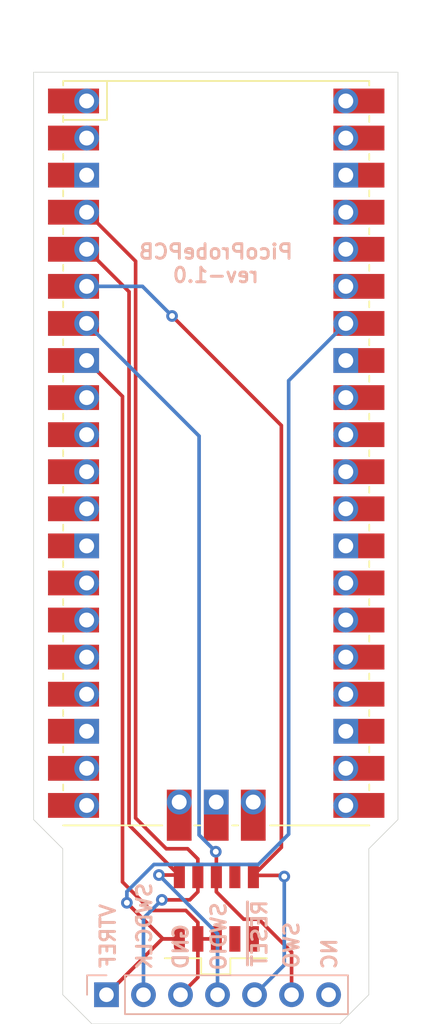
<source format=kicad_pcb>
(kicad_pcb (version 20171130) (host pcbnew 5.1.6+dfsg1-1)

  (general
    (thickness 1.6)
    (drawings 23)
    (tracks 63)
    (zones 0)
    (modules 3)
    (nets 48)
  )

  (page A4)
  (layers
    (0 F.Cu signal)
    (31 B.Cu signal)
    (32 B.Adhes user)
    (33 F.Adhes user)
    (34 B.Paste user)
    (35 F.Paste user)
    (36 B.SilkS user)
    (37 F.SilkS user)
    (38 B.Mask user)
    (39 F.Mask user)
    (40 Dwgs.User user)
    (41 Cmts.User user)
    (42 Eco1.User user)
    (43 Eco2.User user)
    (44 Edge.Cuts user)
    (45 Margin user)
    (46 B.CrtYd user)
    (47 F.CrtYd user)
    (48 B.Fab user)
    (49 F.Fab user)
  )

  (setup
    (last_trace_width 0.25)
    (trace_clearance 0.2)
    (zone_clearance 0.508)
    (zone_45_only no)
    (trace_min 0.2)
    (via_size 0.8)
    (via_drill 0.4)
    (via_min_size 0.4)
    (via_min_drill 0.3)
    (uvia_size 0.3)
    (uvia_drill 0.1)
    (uvias_allowed no)
    (uvia_min_size 0.2)
    (uvia_min_drill 0.1)
    (edge_width 0.05)
    (segment_width 0.2)
    (pcb_text_width 0.3)
    (pcb_text_size 1.5 1.5)
    (mod_edge_width 0.12)
    (mod_text_size 1 1)
    (mod_text_width 0.15)
    (pad_size 1.524 1.524)
    (pad_drill 0.762)
    (pad_to_mask_clearance 0.05)
    (aux_axis_origin 0 0)
    (visible_elements FFFFFF7F)
    (pcbplotparams
      (layerselection 0x010fc_ffffffff)
      (usegerberextensions true)
      (usegerberattributes false)
      (usegerberadvancedattributes false)
      (creategerberjobfile false)
      (excludeedgelayer true)
      (linewidth 0.100000)
      (plotframeref false)
      (viasonmask false)
      (mode 1)
      (useauxorigin false)
      (hpglpennumber 1)
      (hpglpenspeed 20)
      (hpglpendiameter 15.000000)
      (psnegative false)
      (psa4output false)
      (plotreference true)
      (plotvalue false)
      (plotinvisibletext false)
      (padsonsilk false)
      (subtractmaskfromsilk true)
      (outputformat 1)
      (mirror false)
      (drillshape 0)
      (scaleselection 1)
      (outputdirectory "production/rev-1.0/gerber/"))
  )

  (net 0 "")
  (net 1 "Net-(U1-Pad43)")
  (net 2 "Net-(U1-Pad42)")
  (net 3 "Net-(U1-Pad41)")
  (net 4 "Net-(U1-Pad21)")
  (net 5 "Net-(U1-Pad22)")
  (net 6 "Net-(U1-Pad23)")
  (net 7 "Net-(U1-Pad24)")
  (net 8 "Net-(U1-Pad25)")
  (net 9 "Net-(U1-Pad26)")
  (net 10 "Net-(U1-Pad27)")
  (net 11 "Net-(U1-Pad28)")
  (net 12 "Net-(U1-Pad29)")
  (net 13 "Net-(U1-Pad30)")
  (net 14 "Net-(U1-Pad31)")
  (net 15 "Net-(U1-Pad32)")
  (net 16 "Net-(U1-Pad33)")
  (net 17 "Net-(U1-Pad35)")
  (net 18 "Net-(U1-Pad36)")
  (net 19 "Net-(U1-Pad37)")
  (net 20 "Net-(U1-Pad38)")
  (net 21 "Net-(U1-Pad39)")
  (net 22 "Net-(U1-Pad40)")
  (net 23 "Net-(U1-Pad20)")
  (net 24 "Net-(U1-Pad19)")
  (net 25 "Net-(U1-Pad18)")
  (net 26 "Net-(U1-Pad17)")
  (net 27 "Net-(U1-Pad16)")
  (net 28 "Net-(U1-Pad15)")
  (net 29 "Net-(U1-Pad14)")
  (net 30 "Net-(U1-Pad13)")
  (net 31 "Net-(U1-Pad12)")
  (net 32 "Net-(U1-Pad11)")
  (net 33 "Net-(U1-Pad10)")
  (net 34 "Net-(U1-Pad9)")
  (net 35 "Net-(U1-Pad3)")
  (net 36 "Net-(U1-Pad2)")
  (net 37 "Net-(U1-Pad1)")
  (net 38 ~TRST)
  (net 39 SWDIO)
  (net 40 GND)
  (net 41 SWDCLK)
  (net 42 VTREF)
  (net 43 "Net-(J2-Pad9)")
  (net 44 "Net-(J2-Pad8)")
  (net 45 "Net-(J2-Pad7)")
  (net 46 SWO)
  (net 47 "Net-(J1-Pad7)")

  (net_class Default "This is the default net class."
    (clearance 0.2)
    (trace_width 0.25)
    (via_dia 0.8)
    (via_drill 0.4)
    (uvia_dia 0.3)
    (uvia_drill 0.1)
    (add_net GND)
    (add_net "Net-(J1-Pad7)")
    (add_net "Net-(J2-Pad7)")
    (add_net "Net-(J2-Pad8)")
    (add_net "Net-(J2-Pad9)")
    (add_net "Net-(U1-Pad1)")
    (add_net "Net-(U1-Pad10)")
    (add_net "Net-(U1-Pad11)")
    (add_net "Net-(U1-Pad12)")
    (add_net "Net-(U1-Pad13)")
    (add_net "Net-(U1-Pad14)")
    (add_net "Net-(U1-Pad15)")
    (add_net "Net-(U1-Pad16)")
    (add_net "Net-(U1-Pad17)")
    (add_net "Net-(U1-Pad18)")
    (add_net "Net-(U1-Pad19)")
    (add_net "Net-(U1-Pad2)")
    (add_net "Net-(U1-Pad20)")
    (add_net "Net-(U1-Pad21)")
    (add_net "Net-(U1-Pad22)")
    (add_net "Net-(U1-Pad23)")
    (add_net "Net-(U1-Pad24)")
    (add_net "Net-(U1-Pad25)")
    (add_net "Net-(U1-Pad26)")
    (add_net "Net-(U1-Pad27)")
    (add_net "Net-(U1-Pad28)")
    (add_net "Net-(U1-Pad29)")
    (add_net "Net-(U1-Pad3)")
    (add_net "Net-(U1-Pad30)")
    (add_net "Net-(U1-Pad31)")
    (add_net "Net-(U1-Pad32)")
    (add_net "Net-(U1-Pad33)")
    (add_net "Net-(U1-Pad35)")
    (add_net "Net-(U1-Pad36)")
    (add_net "Net-(U1-Pad37)")
    (add_net "Net-(U1-Pad38)")
    (add_net "Net-(U1-Pad39)")
    (add_net "Net-(U1-Pad40)")
    (add_net "Net-(U1-Pad41)")
    (add_net "Net-(U1-Pad42)")
    (add_net "Net-(U1-Pad43)")
    (add_net "Net-(U1-Pad9)")
    (add_net SWDCLK)
    (add_net SWDIO)
    (add_net SWO)
    (add_net VTREF)
    (add_net ~TRST)
  )

  (module Connector_PinHeader_2.54mm:PinHeader_1x07_P2.54mm_Vertical (layer B.Cu) (tedit 59FED5CC) (tstamp 616CC10A)
    (at 130 103 270)
    (descr "Through hole straight pin header, 1x07, 2.54mm pitch, single row")
    (tags "Through hole pin header THT 1x07 2.54mm single row")
    (path /616E8ADC)
    (fp_text reference J1 (at 0 2.33 270) (layer B.SilkS) hide
      (effects (font (size 1 1) (thickness 0.15)) (justify mirror))
    )
    (fp_text value Conn_01x07_Male (at 0 -17.57 180) (layer B.Fab) hide
      (effects (font (size 1 1) (thickness 0.15)) (justify mirror))
    )
    (fp_line (start -0.635 1.27) (end 1.27 1.27) (layer B.Fab) (width 0.1))
    (fp_line (start 1.27 1.27) (end 1.27 -16.51) (layer B.Fab) (width 0.1))
    (fp_line (start 1.27 -16.51) (end -1.27 -16.51) (layer B.Fab) (width 0.1))
    (fp_line (start -1.27 -16.51) (end -1.27 0.635) (layer B.Fab) (width 0.1))
    (fp_line (start -1.27 0.635) (end -0.635 1.27) (layer B.Fab) (width 0.1))
    (fp_line (start -1.33 -16.57) (end 1.33 -16.57) (layer B.SilkS) (width 0.12))
    (fp_line (start -1.33 -1.27) (end -1.33 -16.57) (layer B.SilkS) (width 0.12))
    (fp_line (start 1.33 -1.27) (end 1.33 -16.57) (layer B.SilkS) (width 0.12))
    (fp_line (start -1.33 -1.27) (end 1.33 -1.27) (layer B.SilkS) (width 0.12))
    (fp_line (start -1.33 0) (end -1.33 1.33) (layer B.SilkS) (width 0.12))
    (fp_line (start -1.33 1.33) (end 0 1.33) (layer B.SilkS) (width 0.12))
    (fp_line (start -1.8 1.8) (end -1.8 -17.05) (layer B.CrtYd) (width 0.05))
    (fp_line (start -1.8 -17.05) (end 1.8 -17.05) (layer B.CrtYd) (width 0.05))
    (fp_line (start 1.8 -17.05) (end 1.8 1.8) (layer B.CrtYd) (width 0.05))
    (fp_line (start 1.8 1.8) (end -1.8 1.8) (layer B.CrtYd) (width 0.05))
    (fp_text user %R (at 0 -7.62) (layer B.Fab)
      (effects (font (size 1 1) (thickness 0.15)) (justify mirror))
    )
    (pad 7 thru_hole oval (at 0 -15.24 270) (size 1.7 1.7) (drill 1) (layers *.Cu *.Mask)
      (net 47 "Net-(J1-Pad7)"))
    (pad 6 thru_hole oval (at 0 -12.7 270) (size 1.7 1.7) (drill 1) (layers *.Cu *.Mask)
      (net 46 SWO))
    (pad 5 thru_hole oval (at 0 -10.16 270) (size 1.7 1.7) (drill 1) (layers *.Cu *.Mask)
      (net 38 ~TRST))
    (pad 4 thru_hole oval (at 0 -7.62 270) (size 1.7 1.7) (drill 1) (layers *.Cu *.Mask)
      (net 39 SWDIO))
    (pad 3 thru_hole oval (at 0 -5.08 270) (size 1.7 1.7) (drill 1) (layers *.Cu *.Mask)
      (net 40 GND))
    (pad 2 thru_hole oval (at 0 -2.54 270) (size 1.7 1.7) (drill 1) (layers *.Cu *.Mask)
      (net 41 SWDCLK))
    (pad 1 thru_hole rect (at 0 0 270) (size 1.7 1.7) (drill 1) (layers *.Cu *.Mask)
      (net 42 VTREF))
    (model ${KISYS3DMOD}/Connector_PinHeader_2.54mm.3dshapes/PinHeader_1x07_P2.54mm_Vertical.wrl
      (at (xyz 0 0 0))
      (scale (xyz 1 1 1))
      (rotate (xyz 0 0 0))
    )
  )

  (module debug:ARM_10_PIN_SMT (layer F.Cu) (tedit 553268FE) (tstamp 616CC376)
    (at 137.5 97)
    (path /616C7BD4)
    (fp_text reference J2 (at 0 -4) (layer F.SilkS) hide
      (effects (font (size 0.75 0.75) (thickness 0.12)))
    )
    (fp_text value Conn_ARM_JTAG_SWD_10 (at 0 4) (layer F.Fab) hide
      (effects (font (size 0.75 0.75) (thickness 0.12)))
    )
    (pad 10 smd rect (at 2.58 -2.175) (size 0.76 1.75) (layers F.Cu F.Paste F.Mask)
      (net 38 ~TRST))
    (pad 9 smd rect (at 2.58 2.175) (size 0.76 1.75) (layers F.Cu F.Paste F.Mask)
      (net 43 "Net-(J2-Pad9)"))
    (pad 8 smd rect (at 1.31 -2.175) (size 0.76 1.75) (layers F.Cu F.Paste F.Mask)
      (net 44 "Net-(J2-Pad8)"))
    (pad 7 smd rect (at 1.31 2.175) (size 0.76 1.75) (layers F.Cu F.Paste F.Mask)
      (net 45 "Net-(J2-Pad7)"))
    (pad 6 smd rect (at 0.04 -2.175) (size 0.76 1.75) (layers F.Cu F.Paste F.Mask)
      (net 46 SWO))
    (pad 5 smd rect (at 0.04 2.175) (size 0.76 1.75) (layers F.Cu F.Paste F.Mask)
      (net 40 GND))
    (pad 4 smd rect (at -1.23 -2.175) (size 0.76 1.75) (layers F.Cu F.Paste F.Mask)
      (net 41 SWDCLK))
    (pad 3 smd rect (at -1.23 2.175) (size 0.76 1.75) (layers F.Cu F.Paste F.Mask)
      (net 40 GND))
    (pad 2 smd rect (at -2.5 -2.175) (size 0.76 1.75) (layers F.Cu F.Paste F.Mask)
      (net 39 SWDIO))
    (pad 1 smd oval (at -2.5 2.175) (size 0.76 1.75) (layers F.Cu F.Paste F.Mask)
      (net 42 VTREF))
  )

  (module MCU_RaspberryPi_and_Boards:RPi_Pico_SMD_TH (layer F.Cu) (tedit 5F638C80) (tstamp 616CBA1F)
    (at 137.53 65.9)
    (descr "Through hole straight pin header, 2x20, 2.54mm pitch, double rows")
    (tags "Through hole pin header THT 2x20 2.54mm double row")
    (path /616C5A21)
    (fp_text reference U1 (at 0 0) (layer F.SilkS) hide
      (effects (font (size 1 1) (thickness 0.15)))
    )
    (fp_text value Pico (at 0 2.159) (layer F.Fab)
      (effects (font (size 1 1) (thickness 0.15)))
    )
    (fp_line (start 1.1 25.5) (end 1.5 25.5) (layer F.SilkS) (width 0.12))
    (fp_line (start -1.5 25.5) (end -1.1 25.5) (layer F.SilkS) (width 0.12))
    (fp_line (start 10.5 25.5) (end 3.7 25.5) (layer F.SilkS) (width 0.12))
    (fp_line (start 10.5 15.1) (end 10.5 15.5) (layer F.SilkS) (width 0.12))
    (fp_line (start 10.5 7.4) (end 10.5 7.8) (layer F.SilkS) (width 0.12))
    (fp_line (start 10.5 -18) (end 10.5 -17.6) (layer F.SilkS) (width 0.12))
    (fp_line (start 10.5 -25.5) (end 10.5 -25.2) (layer F.SilkS) (width 0.12))
    (fp_line (start 10.5 -2.7) (end 10.5 -2.3) (layer F.SilkS) (width 0.12))
    (fp_line (start 10.5 12.5) (end 10.5 12.9) (layer F.SilkS) (width 0.12))
    (fp_line (start 10.5 -7.8) (end 10.5 -7.4) (layer F.SilkS) (width 0.12))
    (fp_line (start 10.5 -12.9) (end 10.5 -12.5) (layer F.SilkS) (width 0.12))
    (fp_line (start 10.5 -0.2) (end 10.5 0.2) (layer F.SilkS) (width 0.12))
    (fp_line (start 10.5 4.9) (end 10.5 5.3) (layer F.SilkS) (width 0.12))
    (fp_line (start 10.5 20.1) (end 10.5 20.5) (layer F.SilkS) (width 0.12))
    (fp_line (start 10.5 22.7) (end 10.5 23.1) (layer F.SilkS) (width 0.12))
    (fp_line (start 10.5 17.6) (end 10.5 18) (layer F.SilkS) (width 0.12))
    (fp_line (start 10.5 -15.4) (end 10.5 -15) (layer F.SilkS) (width 0.12))
    (fp_line (start 10.5 -23.1) (end 10.5 -22.7) (layer F.SilkS) (width 0.12))
    (fp_line (start 10.5 -20.5) (end 10.5 -20.1) (layer F.SilkS) (width 0.12))
    (fp_line (start 10.5 10) (end 10.5 10.4) (layer F.SilkS) (width 0.12))
    (fp_line (start 10.5 2.3) (end 10.5 2.7) (layer F.SilkS) (width 0.12))
    (fp_line (start 10.5 -5.3) (end 10.5 -4.9) (layer F.SilkS) (width 0.12))
    (fp_line (start 10.5 -10.4) (end 10.5 -10) (layer F.SilkS) (width 0.12))
    (fp_line (start -10.5 22.7) (end -10.5 23.1) (layer F.SilkS) (width 0.12))
    (fp_line (start -10.5 20.1) (end -10.5 20.5) (layer F.SilkS) (width 0.12))
    (fp_line (start -10.5 17.6) (end -10.5 18) (layer F.SilkS) (width 0.12))
    (fp_line (start -10.5 15.1) (end -10.5 15.5) (layer F.SilkS) (width 0.12))
    (fp_line (start -10.5 12.5) (end -10.5 12.9) (layer F.SilkS) (width 0.12))
    (fp_line (start -10.5 10) (end -10.5 10.4) (layer F.SilkS) (width 0.12))
    (fp_line (start -10.5 7.4) (end -10.5 7.8) (layer F.SilkS) (width 0.12))
    (fp_line (start -10.5 4.9) (end -10.5 5.3) (layer F.SilkS) (width 0.12))
    (fp_line (start -10.5 2.3) (end -10.5 2.7) (layer F.SilkS) (width 0.12))
    (fp_line (start -10.5 -0.2) (end -10.5 0.2) (layer F.SilkS) (width 0.12))
    (fp_line (start -10.5 -2.7) (end -10.5 -2.3) (layer F.SilkS) (width 0.12))
    (fp_line (start -10.5 -5.3) (end -10.5 -4.9) (layer F.SilkS) (width 0.12))
    (fp_line (start -10.5 -7.8) (end -10.5 -7.4) (layer F.SilkS) (width 0.12))
    (fp_line (start -10.5 -10.4) (end -10.5 -10) (layer F.SilkS) (width 0.12))
    (fp_line (start -10.5 -12.9) (end -10.5 -12.5) (layer F.SilkS) (width 0.12))
    (fp_line (start -10.5 -15.4) (end -10.5 -15) (layer F.SilkS) (width 0.12))
    (fp_line (start -10.5 -18) (end -10.5 -17.6) (layer F.SilkS) (width 0.12))
    (fp_line (start -10.5 -20.5) (end -10.5 -20.1) (layer F.SilkS) (width 0.12))
    (fp_line (start -10.5 -23.1) (end -10.5 -22.7) (layer F.SilkS) (width 0.12))
    (fp_line (start -10.5 -25.5) (end -10.5 -25.2) (layer F.SilkS) (width 0.12))
    (fp_line (start -7.493 -22.833) (end -7.493 -25.5) (layer F.SilkS) (width 0.12))
    (fp_line (start -10.5 -22.833) (end -7.493 -22.833) (layer F.SilkS) (width 0.12))
    (fp_line (start -3.7 25.5) (end -10.5 25.5) (layer F.SilkS) (width 0.12))
    (fp_line (start -10.5 -25.5) (end 10.5 -25.5) (layer F.SilkS) (width 0.12))
    (fp_line (start -11 26) (end -11 -26) (layer F.CrtYd) (width 0.12))
    (fp_line (start 11 26) (end -11 26) (layer F.CrtYd) (width 0.12))
    (fp_line (start 11 -26) (end 11 26) (layer F.CrtYd) (width 0.12))
    (fp_line (start -11 -26) (end 11 -26) (layer F.CrtYd) (width 0.12))
    (fp_line (start -10.5 -24.2) (end -9.2 -25.5) (layer F.Fab) (width 0.12))
    (fp_line (start -10.5 25.5) (end -10.5 -25.5) (layer F.Fab) (width 0.12))
    (fp_line (start 10.5 25.5) (end -10.5 25.5) (layer F.Fab) (width 0.12))
    (fp_line (start 10.5 -25.5) (end 10.5 25.5) (layer F.Fab) (width 0.12))
    (fp_line (start -10.5 -25.5) (end 10.5 -25.5) (layer F.Fab) (width 0.12))
    (fp_poly (pts (xy -1.5 -16.5) (xy -3.5 -16.5) (xy -3.5 -18.5) (xy -1.5 -18.5)) (layer Dwgs.User) (width 0.1))
    (fp_poly (pts (xy -1.5 -14) (xy -3.5 -14) (xy -3.5 -16) (xy -1.5 -16)) (layer Dwgs.User) (width 0.1))
    (fp_poly (pts (xy -1.5 -11.5) (xy -3.5 -11.5) (xy -3.5 -13.5) (xy -1.5 -13.5)) (layer Dwgs.User) (width 0.1))
    (fp_poly (pts (xy 3.7 -20.2) (xy -3.7 -20.2) (xy -3.7 -24.9) (xy 3.7 -24.9)) (layer Dwgs.User) (width 0.1))
    (fp_text user "Copper Keepouts shown on Dwgs layer" (at 0.1 -30.2) (layer Cmts.User)
      (effects (font (size 1 1) (thickness 0.15)))
    )
    (fp_text user %R (at 0 0 180) (layer F.Fab)
      (effects (font (size 1 1) (thickness 0.15)))
    )
    (pad 43 thru_hole oval (at 2.54 23.9) (size 1.7 1.7) (drill 1.02) (layers *.Cu *.Mask)
      (net 1 "Net-(U1-Pad43)"))
    (pad 43 smd rect (at 2.54 23.9 90) (size 3.5 1.7) (drill (offset -0.9 0)) (layers F.Cu F.Mask)
      (net 1 "Net-(U1-Pad43)"))
    (pad 42 thru_hole rect (at 0 23.9) (size 1.7 1.7) (drill 1.02) (layers *.Cu *.Mask)
      (net 2 "Net-(U1-Pad42)"))
    (pad 42 smd rect (at 0 23.9 90) (size 3.5 1.7) (drill (offset -0.9 0)) (layers F.Cu F.Mask)
      (net 2 "Net-(U1-Pad42)"))
    (pad 41 thru_hole oval (at -2.54 23.9) (size 1.7 1.7) (drill 1.02) (layers *.Cu *.Mask)
      (net 3 "Net-(U1-Pad41)"))
    (pad 41 smd rect (at -2.54 23.9 90) (size 3.5 1.7) (drill (offset -0.9 0)) (layers F.Cu F.Mask)
      (net 3 "Net-(U1-Pad41)"))
    (pad "" np_thru_hole oval (at 2.425 -20.97) (size 1.5 1.5) (drill 1.5) (layers *.Cu *.Mask))
    (pad "" np_thru_hole oval (at -2.425 -20.97) (size 1.5 1.5) (drill 1.5) (layers *.Cu *.Mask))
    (pad "" np_thru_hole oval (at 2.725 -24) (size 1.8 1.8) (drill 1.8) (layers *.Cu *.Mask))
    (pad "" np_thru_hole oval (at -2.725 -24) (size 1.8 1.8) (drill 1.8) (layers *.Cu *.Mask))
    (pad 21 smd rect (at 8.89 24.13) (size 3.5 1.7) (drill (offset 0.9 0)) (layers F.Cu F.Mask)
      (net 4 "Net-(U1-Pad21)"))
    (pad 22 smd rect (at 8.89 21.59) (size 3.5 1.7) (drill (offset 0.9 0)) (layers F.Cu F.Mask)
      (net 5 "Net-(U1-Pad22)"))
    (pad 23 smd rect (at 8.89 19.05) (size 3.5 1.7) (drill (offset 0.9 0)) (layers F.Cu F.Mask)
      (net 6 "Net-(U1-Pad23)"))
    (pad 24 smd rect (at 8.89 16.51) (size 3.5 1.7) (drill (offset 0.9 0)) (layers F.Cu F.Mask)
      (net 7 "Net-(U1-Pad24)"))
    (pad 25 smd rect (at 8.89 13.97) (size 3.5 1.7) (drill (offset 0.9 0)) (layers F.Cu F.Mask)
      (net 8 "Net-(U1-Pad25)"))
    (pad 26 smd rect (at 8.89 11.43) (size 3.5 1.7) (drill (offset 0.9 0)) (layers F.Cu F.Mask)
      (net 9 "Net-(U1-Pad26)"))
    (pad 27 smd rect (at 8.89 8.89) (size 3.5 1.7) (drill (offset 0.9 0)) (layers F.Cu F.Mask)
      (net 10 "Net-(U1-Pad27)"))
    (pad 28 smd rect (at 8.89 6.35) (size 3.5 1.7) (drill (offset 0.9 0)) (layers F.Cu F.Mask)
      (net 11 "Net-(U1-Pad28)"))
    (pad 29 smd rect (at 8.89 3.81) (size 3.5 1.7) (drill (offset 0.9 0)) (layers F.Cu F.Mask)
      (net 12 "Net-(U1-Pad29)"))
    (pad 30 smd rect (at 8.89 1.27) (size 3.5 1.7) (drill (offset 0.9 0)) (layers F.Cu F.Mask)
      (net 13 "Net-(U1-Pad30)"))
    (pad 31 smd rect (at 8.89 -1.27) (size 3.5 1.7) (drill (offset 0.9 0)) (layers F.Cu F.Mask)
      (net 14 "Net-(U1-Pad31)"))
    (pad 32 smd rect (at 8.89 -3.81) (size 3.5 1.7) (drill (offset 0.9 0)) (layers F.Cu F.Mask)
      (net 15 "Net-(U1-Pad32)"))
    (pad 33 smd rect (at 8.89 -6.35) (size 3.5 1.7) (drill (offset 0.9 0)) (layers F.Cu F.Mask)
      (net 16 "Net-(U1-Pad33)"))
    (pad 34 smd rect (at 8.89 -8.89) (size 3.5 1.7) (drill (offset 0.9 0)) (layers F.Cu F.Mask)
      (net 42 VTREF))
    (pad 35 smd rect (at 8.89 -11.43) (size 3.5 1.7) (drill (offset 0.9 0)) (layers F.Cu F.Mask)
      (net 17 "Net-(U1-Pad35)"))
    (pad 36 smd rect (at 8.89 -13.97) (size 3.5 1.7) (drill (offset 0.9 0)) (layers F.Cu F.Mask)
      (net 18 "Net-(U1-Pad36)"))
    (pad 37 smd rect (at 8.89 -16.51) (size 3.5 1.7) (drill (offset 0.9 0)) (layers F.Cu F.Mask)
      (net 19 "Net-(U1-Pad37)"))
    (pad 38 smd rect (at 8.89 -19.05) (size 3.5 1.7) (drill (offset 0.9 0)) (layers F.Cu F.Mask)
      (net 20 "Net-(U1-Pad38)"))
    (pad 39 smd rect (at 8.89 -21.59) (size 3.5 1.7) (drill (offset 0.9 0)) (layers F.Cu F.Mask)
      (net 21 "Net-(U1-Pad39)"))
    (pad 40 smd rect (at 8.89 -24.13) (size 3.5 1.7) (drill (offset 0.9 0)) (layers F.Cu F.Mask)
      (net 22 "Net-(U1-Pad40)"))
    (pad 20 smd rect (at -8.89 24.13) (size 3.5 1.7) (drill (offset -0.9 0)) (layers F.Cu F.Mask)
      (net 23 "Net-(U1-Pad20)"))
    (pad 19 smd rect (at -8.89 21.59) (size 3.5 1.7) (drill (offset -0.9 0)) (layers F.Cu F.Mask)
      (net 24 "Net-(U1-Pad19)"))
    (pad 18 smd rect (at -8.89 19.05) (size 3.5 1.7) (drill (offset -0.9 0)) (layers F.Cu F.Mask)
      (net 25 "Net-(U1-Pad18)"))
    (pad 17 smd rect (at -8.89 16.51) (size 3.5 1.7) (drill (offset -0.9 0)) (layers F.Cu F.Mask)
      (net 26 "Net-(U1-Pad17)"))
    (pad 16 smd rect (at -8.89 13.97) (size 3.5 1.7) (drill (offset -0.9 0)) (layers F.Cu F.Mask)
      (net 27 "Net-(U1-Pad16)"))
    (pad 15 smd rect (at -8.89 11.43) (size 3.5 1.7) (drill (offset -0.9 0)) (layers F.Cu F.Mask)
      (net 28 "Net-(U1-Pad15)"))
    (pad 14 smd rect (at -8.89 8.89) (size 3.5 1.7) (drill (offset -0.9 0)) (layers F.Cu F.Mask)
      (net 29 "Net-(U1-Pad14)"))
    (pad 13 smd rect (at -8.89 6.35) (size 3.5 1.7) (drill (offset -0.9 0)) (layers F.Cu F.Mask)
      (net 30 "Net-(U1-Pad13)"))
    (pad 12 smd rect (at -8.89 3.81) (size 3.5 1.7) (drill (offset -0.9 0)) (layers F.Cu F.Mask)
      (net 31 "Net-(U1-Pad12)"))
    (pad 11 smd rect (at -8.89 1.27) (size 3.5 1.7) (drill (offset -0.9 0)) (layers F.Cu F.Mask)
      (net 32 "Net-(U1-Pad11)"))
    (pad 10 smd rect (at -8.89 -1.27) (size 3.5 1.7) (drill (offset -0.9 0)) (layers F.Cu F.Mask)
      (net 33 "Net-(U1-Pad10)"))
    (pad 9 smd rect (at -8.89 -3.81) (size 3.5 1.7) (drill (offset -0.9 0)) (layers F.Cu F.Mask)
      (net 34 "Net-(U1-Pad9)"))
    (pad 8 smd rect (at -8.89 -6.35) (size 3.5 1.7) (drill (offset -0.9 0)) (layers F.Cu F.Mask)
      (net 40 GND))
    (pad 7 smd rect (at -8.89 -8.89) (size 3.5 1.7) (drill (offset -0.9 0)) (layers F.Cu F.Mask)
      (net 46 SWO))
    (pad 6 smd rect (at -8.89 -11.43) (size 3.5 1.7) (drill (offset -0.9 0)) (layers F.Cu F.Mask)
      (net 38 ~TRST))
    (pad 5 smd rect (at -8.89 -13.97) (size 3.5 1.7) (drill (offset -0.9 0)) (layers F.Cu F.Mask)
      (net 39 SWDIO))
    (pad 4 smd rect (at -8.89 -16.51) (size 3.5 1.7) (drill (offset -0.9 0)) (layers F.Cu F.Mask)
      (net 41 SWDCLK))
    (pad 3 smd rect (at -8.89 -19.05) (size 3.5 1.7) (drill (offset -0.9 0)) (layers F.Cu F.Mask)
      (net 35 "Net-(U1-Pad3)"))
    (pad 2 smd rect (at -8.89 -21.59) (size 3.5 1.7) (drill (offset -0.9 0)) (layers F.Cu F.Mask)
      (net 36 "Net-(U1-Pad2)"))
    (pad 1 smd rect (at -8.89 -24.13) (size 3.5 1.7) (drill (offset -0.9 0)) (layers F.Cu F.Mask)
      (net 37 "Net-(U1-Pad1)"))
    (pad 40 thru_hole oval (at 8.89 -24.13) (size 1.7 1.7) (drill 1.02) (layers *.Cu *.Mask)
      (net 22 "Net-(U1-Pad40)"))
    (pad 39 thru_hole oval (at 8.89 -21.59) (size 1.7 1.7) (drill 1.02) (layers *.Cu *.Mask)
      (net 21 "Net-(U1-Pad39)"))
    (pad 38 thru_hole rect (at 8.89 -19.05) (size 1.7 1.7) (drill 1.02) (layers *.Cu *.Mask)
      (net 20 "Net-(U1-Pad38)"))
    (pad 37 thru_hole oval (at 8.89 -16.51) (size 1.7 1.7) (drill 1.02) (layers *.Cu *.Mask)
      (net 19 "Net-(U1-Pad37)"))
    (pad 36 thru_hole oval (at 8.89 -13.97) (size 1.7 1.7) (drill 1.02) (layers *.Cu *.Mask)
      (net 18 "Net-(U1-Pad36)"))
    (pad 35 thru_hole oval (at 8.89 -11.43) (size 1.7 1.7) (drill 1.02) (layers *.Cu *.Mask)
      (net 17 "Net-(U1-Pad35)"))
    (pad 34 thru_hole oval (at 8.89 -8.89) (size 1.7 1.7) (drill 1.02) (layers *.Cu *.Mask)
      (net 42 VTREF))
    (pad 33 thru_hole rect (at 8.89 -6.35) (size 1.7 1.7) (drill 1.02) (layers *.Cu *.Mask)
      (net 16 "Net-(U1-Pad33)"))
    (pad 32 thru_hole oval (at 8.89 -3.81) (size 1.7 1.7) (drill 1.02) (layers *.Cu *.Mask)
      (net 15 "Net-(U1-Pad32)"))
    (pad 31 thru_hole oval (at 8.89 -1.27) (size 1.7 1.7) (drill 1.02) (layers *.Cu *.Mask)
      (net 14 "Net-(U1-Pad31)"))
    (pad 30 thru_hole oval (at 8.89 1.27) (size 1.7 1.7) (drill 1.02) (layers *.Cu *.Mask)
      (net 13 "Net-(U1-Pad30)"))
    (pad 29 thru_hole oval (at 8.89 3.81) (size 1.7 1.7) (drill 1.02) (layers *.Cu *.Mask)
      (net 12 "Net-(U1-Pad29)"))
    (pad 28 thru_hole rect (at 8.89 6.35) (size 1.7 1.7) (drill 1.02) (layers *.Cu *.Mask)
      (net 11 "Net-(U1-Pad28)"))
    (pad 27 thru_hole oval (at 8.89 8.89) (size 1.7 1.7) (drill 1.02) (layers *.Cu *.Mask)
      (net 10 "Net-(U1-Pad27)"))
    (pad 26 thru_hole oval (at 8.89 11.43) (size 1.7 1.7) (drill 1.02) (layers *.Cu *.Mask)
      (net 9 "Net-(U1-Pad26)"))
    (pad 25 thru_hole oval (at 8.89 13.97) (size 1.7 1.7) (drill 1.02) (layers *.Cu *.Mask)
      (net 8 "Net-(U1-Pad25)"))
    (pad 24 thru_hole oval (at 8.89 16.51) (size 1.7 1.7) (drill 1.02) (layers *.Cu *.Mask)
      (net 7 "Net-(U1-Pad24)"))
    (pad 23 thru_hole rect (at 8.89 19.05) (size 1.7 1.7) (drill 1.02) (layers *.Cu *.Mask)
      (net 6 "Net-(U1-Pad23)"))
    (pad 22 thru_hole oval (at 8.89 21.59) (size 1.7 1.7) (drill 1.02) (layers *.Cu *.Mask)
      (net 5 "Net-(U1-Pad22)"))
    (pad 21 thru_hole oval (at 8.89 24.13) (size 1.7 1.7) (drill 1.02) (layers *.Cu *.Mask)
      (net 4 "Net-(U1-Pad21)"))
    (pad 20 thru_hole oval (at -8.89 24.13) (size 1.7 1.7) (drill 1.02) (layers *.Cu *.Mask)
      (net 23 "Net-(U1-Pad20)"))
    (pad 19 thru_hole oval (at -8.89 21.59) (size 1.7 1.7) (drill 1.02) (layers *.Cu *.Mask)
      (net 24 "Net-(U1-Pad19)"))
    (pad 18 thru_hole rect (at -8.89 19.05) (size 1.7 1.7) (drill 1.02) (layers *.Cu *.Mask)
      (net 25 "Net-(U1-Pad18)"))
    (pad 17 thru_hole oval (at -8.89 16.51) (size 1.7 1.7) (drill 1.02) (layers *.Cu *.Mask)
      (net 26 "Net-(U1-Pad17)"))
    (pad 16 thru_hole oval (at -8.89 13.97) (size 1.7 1.7) (drill 1.02) (layers *.Cu *.Mask)
      (net 27 "Net-(U1-Pad16)"))
    (pad 15 thru_hole oval (at -8.89 11.43) (size 1.7 1.7) (drill 1.02) (layers *.Cu *.Mask)
      (net 28 "Net-(U1-Pad15)"))
    (pad 14 thru_hole oval (at -8.89 8.89) (size 1.7 1.7) (drill 1.02) (layers *.Cu *.Mask)
      (net 29 "Net-(U1-Pad14)"))
    (pad 13 thru_hole rect (at -8.89 6.35) (size 1.7 1.7) (drill 1.02) (layers *.Cu *.Mask)
      (net 30 "Net-(U1-Pad13)"))
    (pad 12 thru_hole oval (at -8.89 3.81) (size 1.7 1.7) (drill 1.02) (layers *.Cu *.Mask)
      (net 31 "Net-(U1-Pad12)"))
    (pad 11 thru_hole oval (at -8.89 1.27) (size 1.7 1.7) (drill 1.02) (layers *.Cu *.Mask)
      (net 32 "Net-(U1-Pad11)"))
    (pad 10 thru_hole oval (at -8.89 -1.27) (size 1.7 1.7) (drill 1.02) (layers *.Cu *.Mask)
      (net 33 "Net-(U1-Pad10)"))
    (pad 9 thru_hole oval (at -8.89 -3.81) (size 1.7 1.7) (drill 1.02) (layers *.Cu *.Mask)
      (net 34 "Net-(U1-Pad9)"))
    (pad 8 thru_hole rect (at -8.89 -6.35) (size 1.7 1.7) (drill 1.02) (layers *.Cu *.Mask)
      (net 40 GND))
    (pad 7 thru_hole oval (at -8.89 -8.89) (size 1.7 1.7) (drill 1.02) (layers *.Cu *.Mask)
      (net 46 SWO))
    (pad 6 thru_hole oval (at -8.89 -11.43) (size 1.7 1.7) (drill 1.02) (layers *.Cu *.Mask)
      (net 38 ~TRST))
    (pad 5 thru_hole oval (at -8.89 -13.97) (size 1.7 1.7) (drill 1.02) (layers *.Cu *.Mask)
      (net 39 SWDIO))
    (pad 4 thru_hole oval (at -8.89 -16.51) (size 1.7 1.7) (drill 1.02) (layers *.Cu *.Mask)
      (net 41 SWDCLK))
    (pad 3 thru_hole rect (at -8.89 -19.05) (size 1.7 1.7) (drill 1.02) (layers *.Cu *.Mask)
      (net 35 "Net-(U1-Pad3)"))
    (pad 2 thru_hole oval (at -8.89 -21.59) (size 1.7 1.7) (drill 1.02) (layers *.Cu *.Mask)
      (net 36 "Net-(U1-Pad2)"))
    (pad 1 thru_hole oval (at -8.89 -24.13) (size 1.7 1.7) (drill 1.02) (layers *.Cu *.Mask)
      (net 37 "Net-(U1-Pad1)"))
  )

  (gr_text "PicoProbePCB\nrev-1.0\n" (at 137.5 52.9) (layer B.SilkS) (tstamp 616C8164)
    (effects (font (size 1 1) (thickness 0.2)) (justify mirror))
  )
  (gr_text NC (at 145.3 100.2 90) (layer B.SilkS) (tstamp 616D6F0B)
    (effects (font (size 1 1) (thickness 0.2)) (justify mirror))
  )
  (gr_line (start 127 93) (end 127 103) (layer Edge.Cuts) (width 0.05))
  (gr_line (start 125 91) (end 127 93) (layer Edge.Cuts) (width 0.05))
  (gr_line (start 148 93) (end 150 91) (layer Edge.Cuts) (width 0.05))
  (gr_line (start 148 103) (end 148 93) (layer Edge.Cuts) (width 0.05))
  (gr_line (start 134 100.5) (end 136.5 100.5) (layer F.SilkS) (width 0.12) (tstamp 616D67DF))
  (gr_line (start 138.5 100.5) (end 141 100.5) (layer F.SilkS) (width 0.12))
  (gr_line (start 138.5 101.6) (end 138.5 100.5) (layer F.SilkS) (width 0.12))
  (gr_line (start 136.5 101.6) (end 138.5 101.6) (layer F.SilkS) (width 0.12))
  (gr_line (start 136.5 100.5) (end 136.5 101.6) (layer F.SilkS) (width 0.12))
  (gr_line (start 129 105) (end 127 103) (layer Edge.Cuts) (width 0.05))
  (gr_line (start 148 103) (end 146 105) (layer Edge.Cuts) (width 0.05))
  (gr_text VTREF (at 130.1 99 90) (layer B.SilkS) (tstamp 616D6659)
    (effects (font (size 1 1) (thickness 0.2)) (justify mirror))
  )
  (gr_text SWDCLK (at 132.6 98.3 90) (layer B.SilkS) (tstamp 616D664F)
    (effects (font (size 1 1) (thickness 0.2)) (justify mirror))
  )
  (gr_text GND (at 135.1 99.7 90) (layer B.SilkS) (tstamp 616D664C)
    (effects (font (size 1 1) (thickness 0.2)) (justify mirror))
  )
  (gr_text SWO (at 142.7 99.6 90) (layer B.SilkS) (tstamp 616D6A79)
    (effects (font (size 1 1) (thickness 0.2)) (justify mirror))
  )
  (gr_text ~RESET (at 140.5 98.8 90) (layer B.SilkS) (tstamp 616D6646)
    (effects (font (size 1 1) (thickness 0.2)) (justify mirror))
  )
  (gr_text SWDIO (at 137.7 99 90) (layer B.SilkS)
    (effects (font (size 1 1) (thickness 0.2)) (justify mirror))
  )
  (gr_line (start 150 39.8) (end 125 39.8) (layer Edge.Cuts) (width 0.05) (tstamp 616CBAE5))
  (gr_line (start 150 91) (end 150 39.8) (layer Edge.Cuts) (width 0.05))
  (gr_line (start 129 105) (end 146 105) (layer Edge.Cuts) (width 0.05))
  (gr_line (start 125 39.8) (end 125 91) (layer Edge.Cuts) (width 0.05))

  (segment (start 132.47 54.47) (end 134.5 56.5) (width 0.25) (layer B.Cu) (net 38))
  (segment (start 128.64 54.47) (end 132.47 54.47) (width 0.25) (layer B.Cu) (net 38))
  (segment (start 142 64) (end 134.5 56.5) (width 0.25) (layer F.Cu) (net 38))
  (segment (start 142 92.905) (end 142 64) (width 0.25) (layer F.Cu) (net 38))
  (segment (start 140.08 94.825) (end 142 92.905) (width 0.25) (layer F.Cu) (net 38))
  (via (at 134.5 56.5) (size 0.8) (drill 0.4) (layers F.Cu B.Cu) (net 38))
  (segment (start 142.125 94.825) (end 142.2 94.9) (width 0.25) (layer F.Cu) (net 38))
  (via (at 142.2 94.9) (size 0.8) (drill 0.4) (layers F.Cu B.Cu) (net 38))
  (segment (start 140.08 94.825) (end 142.125 94.825) (width 0.25) (layer F.Cu) (net 38))
  (segment (start 142.2 100.96) (end 142.2 94.9) (width 0.25) (layer B.Cu) (net 38))
  (segment (start 140.16 103) (end 142.2 100.96) (width 0.25) (layer B.Cu) (net 38))
  (segment (start 135 94.825) (end 131.549989 91.374989) (width 0.25) (layer F.Cu) (net 39))
  (segment (start 131.549989 91.374989) (end 131.549989 54.839989) (width 0.25) (layer F.Cu) (net 39))
  (segment (start 131.549989 54.839989) (end 128.64 51.93) (width 0.25) (layer F.Cu) (net 39))
  (via (at 133.6 94.8) (size 0.8) (drill 0.4) (layers F.Cu B.Cu) (net 39))
  (segment (start 134.975 94.8) (end 135 94.825) (width 0.25) (layer F.Cu) (net 39))
  (segment (start 133.6 94.8) (end 134.975 94.8) (width 0.25) (layer F.Cu) (net 39))
  (segment (start 137.2 98.4) (end 133.6 94.8) (width 0.25) (layer B.Cu) (net 39))
  (segment (start 137.62 98.82) (end 137.2 98.4) (width 0.25) (layer B.Cu) (net 39))
  (segment (start 137.62 103) (end 137.62 98.82) (width 0.25) (layer B.Cu) (net 39))
  (segment (start 136.27 101.81) (end 136.27 99.175) (width 0.25) (layer F.Cu) (net 40))
  (segment (start 135.08 103) (end 136.27 101.81) (width 0.25) (layer F.Cu) (net 40))
  (segment (start 136.27 99.175) (end 137.54 99.175) (width 0.25) (layer F.Cu) (net 40))
  (segment (start 133.051999 97.225001) (end 135.445001 97.225001) (width 0.25) (layer F.Cu) (net 40))
  (segment (start 136.27 98.05) (end 136.27 99.175) (width 0.25) (layer F.Cu) (net 40))
  (segment (start 135.445001 97.225001) (end 136.27 98.05) (width 0.25) (layer F.Cu) (net 40))
  (segment (start 131.099978 62.009978) (end 131.099978 95.27298) (width 0.25) (layer F.Cu) (net 40))
  (segment (start 131.099978 95.27298) (end 133.051999 97.225001) (width 0.25) (layer F.Cu) (net 40))
  (segment (start 128.64 59.55) (end 131.099978 62.009978) (width 0.25) (layer F.Cu) (net 40))
  (segment (start 134.104998 93) (end 135.57 93) (width 0.25) (layer F.Cu) (net 41))
  (segment (start 132 52.75) (end 132 90.895002) (width 0.25) (layer F.Cu) (net 41))
  (segment (start 136.27 93.7) (end 136.27 94.825) (width 0.25) (layer F.Cu) (net 41))
  (segment (start 132 90.895002) (end 134.104998 93) (width 0.25) (layer F.Cu) (net 41))
  (segment (start 135.57 93) (end 136.27 93.7) (width 0.25) (layer F.Cu) (net 41))
  (segment (start 128.64 49.39) (end 132 52.75) (width 0.25) (layer F.Cu) (net 41))
  (via (at 133.8 96.5) (size 0.8) (drill 0.4) (layers F.Cu B.Cu) (net 41))
  (segment (start 132.54 97.76) (end 133.8 96.5) (width 0.25) (layer B.Cu) (net 41))
  (segment (start 136.27 94.825) (end 136.27 95.95) (width 0.25) (layer F.Cu) (net 41))
  (segment (start 136.27 95.95) (end 135.72 96.5) (width 0.25) (layer F.Cu) (net 41))
  (segment (start 135.72 96.5) (end 133.8 96.5) (width 0.25) (layer F.Cu) (net 41))
  (segment (start 132.54 103) (end 132.54 97.76) (width 0.25) (layer B.Cu) (net 41))
  (segment (start 133.825 99.175) (end 135 99.175) (width 0.25) (layer F.Cu) (net 42))
  (segment (start 130 103) (end 133.825 99.175) (width 0.25) (layer F.Cu) (net 42))
  (via (at 131.4 96.699988) (size 0.8) (drill 0.4) (layers F.Cu B.Cu) (net 42))
  (segment (start 135 99.175) (end 133.875012 99.175) (width 0.25) (layer F.Cu) (net 42))
  (segment (start 133.875012 99.175) (end 131.4 96.699988) (width 0.25) (layer F.Cu) (net 42))
  (segment (start 131.4 95.934315) (end 131.4 96.699988) (width 0.25) (layer B.Cu) (net 42))
  (segment (start 133.259317 94.074998) (end 131.4 95.934315) (width 0.25) (layer B.Cu) (net 42))
  (segment (start 140.425002 94.074998) (end 133.259317 94.074998) (width 0.25) (layer B.Cu) (net 42))
  (segment (start 142.5 92) (end 140.425002 94.074998) (width 0.25) (layer B.Cu) (net 42))
  (segment (start 142.5 60.93) (end 142.5 92) (width 0.25) (layer B.Cu) (net 42))
  (segment (start 146.42 57.01) (end 142.5 60.93) (width 0.25) (layer B.Cu) (net 42))
  (segment (start 142.7 100.077) (end 140.448001 97.825001) (width 0.25) (layer F.Cu) (net 46))
  (segment (start 139.415001 97.825001) (end 137.54 95.95) (width 0.25) (layer F.Cu) (net 46))
  (segment (start 142.7 103) (end 142.7 100.077) (width 0.25) (layer F.Cu) (net 46))
  (segment (start 140.448001 97.825001) (end 139.415001 97.825001) (width 0.25) (layer F.Cu) (net 46))
  (segment (start 137.54 95.95) (end 137.54 94.825) (width 0.25) (layer F.Cu) (net 46))
  (via (at 137.5 93.199994) (size 0.8) (drill 0.4) (layers F.Cu B.Cu) (net 46))
  (segment (start 136.354999 64.724999) (end 136.354999 92.054993) (width 0.25) (layer B.Cu) (net 46))
  (segment (start 128.64 57.01) (end 136.354999 64.724999) (width 0.25) (layer B.Cu) (net 46))
  (segment (start 136.354999 92.054993) (end 137.5 93.199994) (width 0.25) (layer B.Cu) (net 46))
  (segment (start 137.54 94.825) (end 137.54 93.239994) (width 0.25) (layer F.Cu) (net 46))
  (segment (start 137.54 93.239994) (end 137.5 93.199994) (width 0.25) (layer F.Cu) (net 46))

)

</source>
